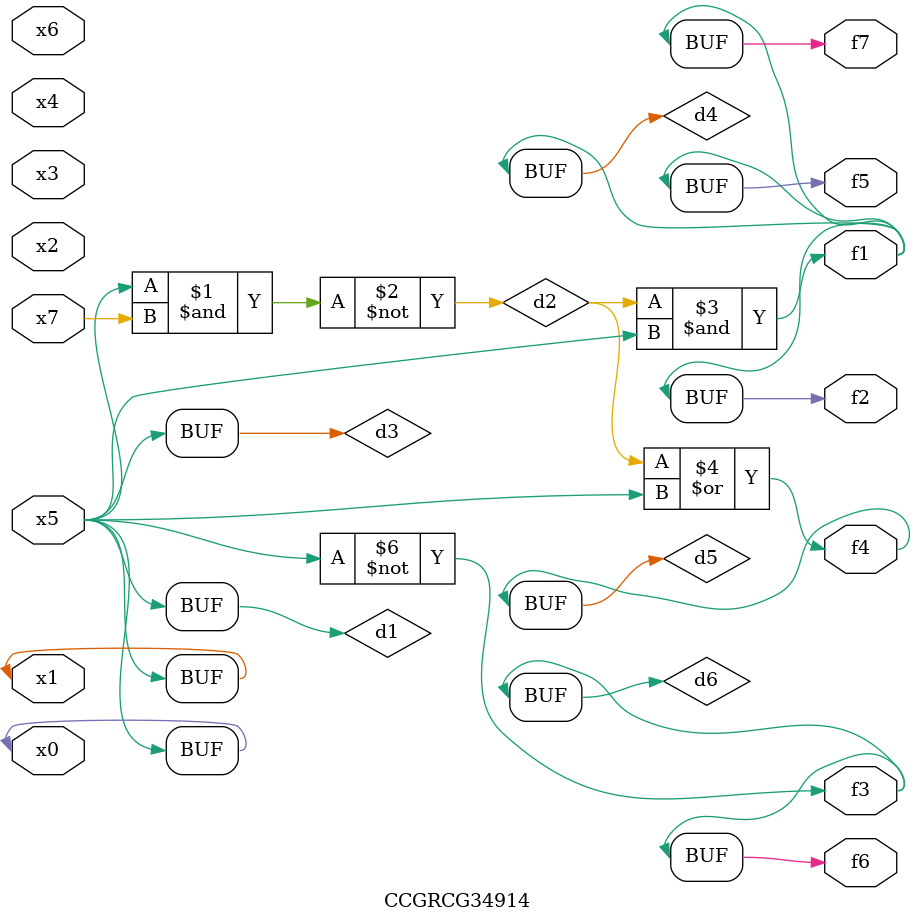
<source format=v>
module CCGRCG34914(
	input x0, x1, x2, x3, x4, x5, x6, x7,
	output f1, f2, f3, f4, f5, f6, f7
);

	wire d1, d2, d3, d4, d5, d6;

	buf (d1, x0, x5);
	nand (d2, x5, x7);
	buf (d3, x0, x1);
	and (d4, d2, d3);
	or (d5, d2, d3);
	nor (d6, d1, d3);
	assign f1 = d4;
	assign f2 = d4;
	assign f3 = d6;
	assign f4 = d5;
	assign f5 = d4;
	assign f6 = d6;
	assign f7 = d4;
endmodule

</source>
